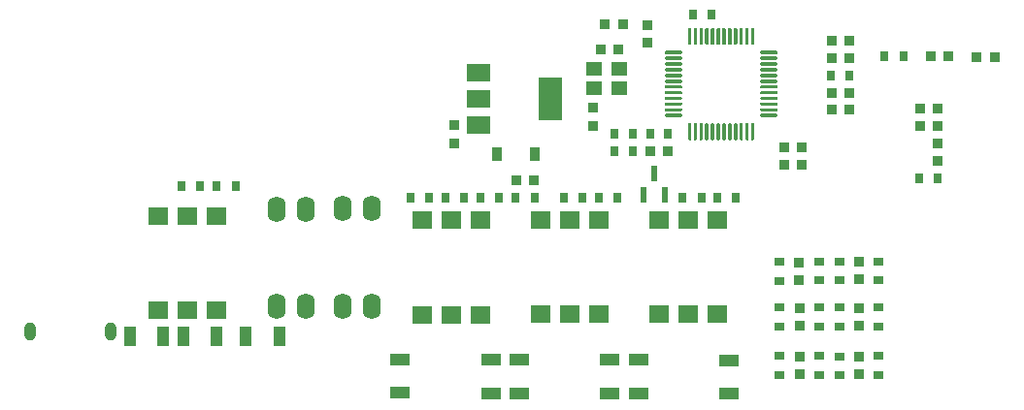
<source format=gbr>
%TF.GenerationSoftware,KiCad,Pcbnew,(5.1.10)-1*%
%TF.CreationDate,2021-11-29T17:35:51+04:00*%
%TF.ProjectId,Coffe_Machine_Gogokhia_Edition_SIMPLE,436f6666-655f-44d6-9163-68696e655f47,rev?*%
%TF.SameCoordinates,Original*%
%TF.FileFunction,Paste,Top*%
%TF.FilePolarity,Positive*%
%FSLAX46Y46*%
G04 Gerber Fmt 4.6, Leading zero omitted, Abs format (unit mm)*
G04 Created by KiCad (PCBNEW (5.1.10)-1) date 2021-11-29 17:35:51*
%MOMM*%
%LPD*%
G01*
G04 APERTURE LIST*
%ADD10R,1.125000X1.750000*%
%ADD11R,1.400000X1.200000*%
%ADD12R,0.950000X0.800000*%
%ADD13R,0.950000X0.900000*%
%ADD14O,1.000000X1.600000*%
%ADD15R,1.780000X1.520000*%
%ADD16R,0.800000X0.950000*%
%ADD17R,0.875000X0.950000*%
%ADD18R,0.600000X1.475000*%
%ADD19R,0.900000X1.200000*%
%ADD20R,0.900000X0.950000*%
%ADD21R,0.800000X0.900000*%
%ADD22R,1.750000X1.125000*%
%ADD23R,2.000000X1.500000*%
%ADD24R,2.000000X3.800000*%
%ADD25O,1.600000X2.250000*%
G04 APERTURE END LIST*
D10*
%TO.C,R1*%
X121046780Y-98917760D03*
X123971780Y-98917760D03*
%TD*%
D11*
%TO.C,Y1*%
X153627000Y-77278600D03*
X151427000Y-77278600D03*
X151427000Y-75578600D03*
X153627000Y-75578600D03*
%TD*%
%TO.C,U9*%
G36*
G01*
X159634600Y-73398500D02*
X159634600Y-72073500D01*
G75*
G02*
X159709600Y-71998500I75000J0D01*
G01*
X159859600Y-71998500D01*
G75*
G02*
X159934600Y-72073500I0J-75000D01*
G01*
X159934600Y-73398500D01*
G75*
G02*
X159859600Y-73473500I-75000J0D01*
G01*
X159709600Y-73473500D01*
G75*
G02*
X159634600Y-73398500I0J75000D01*
G01*
G37*
G36*
G01*
X160134600Y-73398500D02*
X160134600Y-72073500D01*
G75*
G02*
X160209600Y-71998500I75000J0D01*
G01*
X160359600Y-71998500D01*
G75*
G02*
X160434600Y-72073500I0J-75000D01*
G01*
X160434600Y-73398500D01*
G75*
G02*
X160359600Y-73473500I-75000J0D01*
G01*
X160209600Y-73473500D01*
G75*
G02*
X160134600Y-73398500I0J75000D01*
G01*
G37*
G36*
G01*
X160634600Y-73398500D02*
X160634600Y-72073500D01*
G75*
G02*
X160709600Y-71998500I75000J0D01*
G01*
X160859600Y-71998500D01*
G75*
G02*
X160934600Y-72073500I0J-75000D01*
G01*
X160934600Y-73398500D01*
G75*
G02*
X160859600Y-73473500I-75000J0D01*
G01*
X160709600Y-73473500D01*
G75*
G02*
X160634600Y-73398500I0J75000D01*
G01*
G37*
G36*
G01*
X161134600Y-73398500D02*
X161134600Y-72073500D01*
G75*
G02*
X161209600Y-71998500I75000J0D01*
G01*
X161359600Y-71998500D01*
G75*
G02*
X161434600Y-72073500I0J-75000D01*
G01*
X161434600Y-73398500D01*
G75*
G02*
X161359600Y-73473500I-75000J0D01*
G01*
X161209600Y-73473500D01*
G75*
G02*
X161134600Y-73398500I0J75000D01*
G01*
G37*
G36*
G01*
X161634600Y-73398500D02*
X161634600Y-72073500D01*
G75*
G02*
X161709600Y-71998500I75000J0D01*
G01*
X161859600Y-71998500D01*
G75*
G02*
X161934600Y-72073500I0J-75000D01*
G01*
X161934600Y-73398500D01*
G75*
G02*
X161859600Y-73473500I-75000J0D01*
G01*
X161709600Y-73473500D01*
G75*
G02*
X161634600Y-73398500I0J75000D01*
G01*
G37*
G36*
G01*
X162134600Y-73398500D02*
X162134600Y-72073500D01*
G75*
G02*
X162209600Y-71998500I75000J0D01*
G01*
X162359600Y-71998500D01*
G75*
G02*
X162434600Y-72073500I0J-75000D01*
G01*
X162434600Y-73398500D01*
G75*
G02*
X162359600Y-73473500I-75000J0D01*
G01*
X162209600Y-73473500D01*
G75*
G02*
X162134600Y-73398500I0J75000D01*
G01*
G37*
G36*
G01*
X162634600Y-73398500D02*
X162634600Y-72073500D01*
G75*
G02*
X162709600Y-71998500I75000J0D01*
G01*
X162859600Y-71998500D01*
G75*
G02*
X162934600Y-72073500I0J-75000D01*
G01*
X162934600Y-73398500D01*
G75*
G02*
X162859600Y-73473500I-75000J0D01*
G01*
X162709600Y-73473500D01*
G75*
G02*
X162634600Y-73398500I0J75000D01*
G01*
G37*
G36*
G01*
X163134600Y-73398500D02*
X163134600Y-72073500D01*
G75*
G02*
X163209600Y-71998500I75000J0D01*
G01*
X163359600Y-71998500D01*
G75*
G02*
X163434600Y-72073500I0J-75000D01*
G01*
X163434600Y-73398500D01*
G75*
G02*
X163359600Y-73473500I-75000J0D01*
G01*
X163209600Y-73473500D01*
G75*
G02*
X163134600Y-73398500I0J75000D01*
G01*
G37*
G36*
G01*
X163634600Y-73398500D02*
X163634600Y-72073500D01*
G75*
G02*
X163709600Y-71998500I75000J0D01*
G01*
X163859600Y-71998500D01*
G75*
G02*
X163934600Y-72073500I0J-75000D01*
G01*
X163934600Y-73398500D01*
G75*
G02*
X163859600Y-73473500I-75000J0D01*
G01*
X163709600Y-73473500D01*
G75*
G02*
X163634600Y-73398500I0J75000D01*
G01*
G37*
G36*
G01*
X164134600Y-73398500D02*
X164134600Y-72073500D01*
G75*
G02*
X164209600Y-71998500I75000J0D01*
G01*
X164359600Y-71998500D01*
G75*
G02*
X164434600Y-72073500I0J-75000D01*
G01*
X164434600Y-73398500D01*
G75*
G02*
X164359600Y-73473500I-75000J0D01*
G01*
X164209600Y-73473500D01*
G75*
G02*
X164134600Y-73398500I0J75000D01*
G01*
G37*
G36*
G01*
X164634600Y-73398500D02*
X164634600Y-72073500D01*
G75*
G02*
X164709600Y-71998500I75000J0D01*
G01*
X164859600Y-71998500D01*
G75*
G02*
X164934600Y-72073500I0J-75000D01*
G01*
X164934600Y-73398500D01*
G75*
G02*
X164859600Y-73473500I-75000J0D01*
G01*
X164709600Y-73473500D01*
G75*
G02*
X164634600Y-73398500I0J75000D01*
G01*
G37*
G36*
G01*
X165134600Y-73398500D02*
X165134600Y-72073500D01*
G75*
G02*
X165209600Y-71998500I75000J0D01*
G01*
X165359600Y-71998500D01*
G75*
G02*
X165434600Y-72073500I0J-75000D01*
G01*
X165434600Y-73398500D01*
G75*
G02*
X165359600Y-73473500I-75000J0D01*
G01*
X165209600Y-73473500D01*
G75*
G02*
X165134600Y-73398500I0J75000D01*
G01*
G37*
G36*
G01*
X165959600Y-74223500D02*
X165959600Y-74073500D01*
G75*
G02*
X166034600Y-73998500I75000J0D01*
G01*
X167359600Y-73998500D01*
G75*
G02*
X167434600Y-74073500I0J-75000D01*
G01*
X167434600Y-74223500D01*
G75*
G02*
X167359600Y-74298500I-75000J0D01*
G01*
X166034600Y-74298500D01*
G75*
G02*
X165959600Y-74223500I0J75000D01*
G01*
G37*
G36*
G01*
X165959600Y-74723500D02*
X165959600Y-74573500D01*
G75*
G02*
X166034600Y-74498500I75000J0D01*
G01*
X167359600Y-74498500D01*
G75*
G02*
X167434600Y-74573500I0J-75000D01*
G01*
X167434600Y-74723500D01*
G75*
G02*
X167359600Y-74798500I-75000J0D01*
G01*
X166034600Y-74798500D01*
G75*
G02*
X165959600Y-74723500I0J75000D01*
G01*
G37*
G36*
G01*
X165959600Y-75223500D02*
X165959600Y-75073500D01*
G75*
G02*
X166034600Y-74998500I75000J0D01*
G01*
X167359600Y-74998500D01*
G75*
G02*
X167434600Y-75073500I0J-75000D01*
G01*
X167434600Y-75223500D01*
G75*
G02*
X167359600Y-75298500I-75000J0D01*
G01*
X166034600Y-75298500D01*
G75*
G02*
X165959600Y-75223500I0J75000D01*
G01*
G37*
G36*
G01*
X165959600Y-75723500D02*
X165959600Y-75573500D01*
G75*
G02*
X166034600Y-75498500I75000J0D01*
G01*
X167359600Y-75498500D01*
G75*
G02*
X167434600Y-75573500I0J-75000D01*
G01*
X167434600Y-75723500D01*
G75*
G02*
X167359600Y-75798500I-75000J0D01*
G01*
X166034600Y-75798500D01*
G75*
G02*
X165959600Y-75723500I0J75000D01*
G01*
G37*
G36*
G01*
X165959600Y-76223500D02*
X165959600Y-76073500D01*
G75*
G02*
X166034600Y-75998500I75000J0D01*
G01*
X167359600Y-75998500D01*
G75*
G02*
X167434600Y-76073500I0J-75000D01*
G01*
X167434600Y-76223500D01*
G75*
G02*
X167359600Y-76298500I-75000J0D01*
G01*
X166034600Y-76298500D01*
G75*
G02*
X165959600Y-76223500I0J75000D01*
G01*
G37*
G36*
G01*
X165959600Y-76723500D02*
X165959600Y-76573500D01*
G75*
G02*
X166034600Y-76498500I75000J0D01*
G01*
X167359600Y-76498500D01*
G75*
G02*
X167434600Y-76573500I0J-75000D01*
G01*
X167434600Y-76723500D01*
G75*
G02*
X167359600Y-76798500I-75000J0D01*
G01*
X166034600Y-76798500D01*
G75*
G02*
X165959600Y-76723500I0J75000D01*
G01*
G37*
G36*
G01*
X165959600Y-77223500D02*
X165959600Y-77073500D01*
G75*
G02*
X166034600Y-76998500I75000J0D01*
G01*
X167359600Y-76998500D01*
G75*
G02*
X167434600Y-77073500I0J-75000D01*
G01*
X167434600Y-77223500D01*
G75*
G02*
X167359600Y-77298500I-75000J0D01*
G01*
X166034600Y-77298500D01*
G75*
G02*
X165959600Y-77223500I0J75000D01*
G01*
G37*
G36*
G01*
X165959600Y-77723500D02*
X165959600Y-77573500D01*
G75*
G02*
X166034600Y-77498500I75000J0D01*
G01*
X167359600Y-77498500D01*
G75*
G02*
X167434600Y-77573500I0J-75000D01*
G01*
X167434600Y-77723500D01*
G75*
G02*
X167359600Y-77798500I-75000J0D01*
G01*
X166034600Y-77798500D01*
G75*
G02*
X165959600Y-77723500I0J75000D01*
G01*
G37*
G36*
G01*
X165959600Y-78223500D02*
X165959600Y-78073500D01*
G75*
G02*
X166034600Y-77998500I75000J0D01*
G01*
X167359600Y-77998500D01*
G75*
G02*
X167434600Y-78073500I0J-75000D01*
G01*
X167434600Y-78223500D01*
G75*
G02*
X167359600Y-78298500I-75000J0D01*
G01*
X166034600Y-78298500D01*
G75*
G02*
X165959600Y-78223500I0J75000D01*
G01*
G37*
G36*
G01*
X165959600Y-78723500D02*
X165959600Y-78573500D01*
G75*
G02*
X166034600Y-78498500I75000J0D01*
G01*
X167359600Y-78498500D01*
G75*
G02*
X167434600Y-78573500I0J-75000D01*
G01*
X167434600Y-78723500D01*
G75*
G02*
X167359600Y-78798500I-75000J0D01*
G01*
X166034600Y-78798500D01*
G75*
G02*
X165959600Y-78723500I0J75000D01*
G01*
G37*
G36*
G01*
X165959600Y-79223500D02*
X165959600Y-79073500D01*
G75*
G02*
X166034600Y-78998500I75000J0D01*
G01*
X167359600Y-78998500D01*
G75*
G02*
X167434600Y-79073500I0J-75000D01*
G01*
X167434600Y-79223500D01*
G75*
G02*
X167359600Y-79298500I-75000J0D01*
G01*
X166034600Y-79298500D01*
G75*
G02*
X165959600Y-79223500I0J75000D01*
G01*
G37*
G36*
G01*
X165959600Y-79723500D02*
X165959600Y-79573500D01*
G75*
G02*
X166034600Y-79498500I75000J0D01*
G01*
X167359600Y-79498500D01*
G75*
G02*
X167434600Y-79573500I0J-75000D01*
G01*
X167434600Y-79723500D01*
G75*
G02*
X167359600Y-79798500I-75000J0D01*
G01*
X166034600Y-79798500D01*
G75*
G02*
X165959600Y-79723500I0J75000D01*
G01*
G37*
G36*
G01*
X165134600Y-81723500D02*
X165134600Y-80398500D01*
G75*
G02*
X165209600Y-80323500I75000J0D01*
G01*
X165359600Y-80323500D01*
G75*
G02*
X165434600Y-80398500I0J-75000D01*
G01*
X165434600Y-81723500D01*
G75*
G02*
X165359600Y-81798500I-75000J0D01*
G01*
X165209600Y-81798500D01*
G75*
G02*
X165134600Y-81723500I0J75000D01*
G01*
G37*
G36*
G01*
X164634600Y-81723500D02*
X164634600Y-80398500D01*
G75*
G02*
X164709600Y-80323500I75000J0D01*
G01*
X164859600Y-80323500D01*
G75*
G02*
X164934600Y-80398500I0J-75000D01*
G01*
X164934600Y-81723500D01*
G75*
G02*
X164859600Y-81798500I-75000J0D01*
G01*
X164709600Y-81798500D01*
G75*
G02*
X164634600Y-81723500I0J75000D01*
G01*
G37*
G36*
G01*
X164134600Y-81723500D02*
X164134600Y-80398500D01*
G75*
G02*
X164209600Y-80323500I75000J0D01*
G01*
X164359600Y-80323500D01*
G75*
G02*
X164434600Y-80398500I0J-75000D01*
G01*
X164434600Y-81723500D01*
G75*
G02*
X164359600Y-81798500I-75000J0D01*
G01*
X164209600Y-81798500D01*
G75*
G02*
X164134600Y-81723500I0J75000D01*
G01*
G37*
G36*
G01*
X163634600Y-81723500D02*
X163634600Y-80398500D01*
G75*
G02*
X163709600Y-80323500I75000J0D01*
G01*
X163859600Y-80323500D01*
G75*
G02*
X163934600Y-80398500I0J-75000D01*
G01*
X163934600Y-81723500D01*
G75*
G02*
X163859600Y-81798500I-75000J0D01*
G01*
X163709600Y-81798500D01*
G75*
G02*
X163634600Y-81723500I0J75000D01*
G01*
G37*
G36*
G01*
X163134600Y-81723500D02*
X163134600Y-80398500D01*
G75*
G02*
X163209600Y-80323500I75000J0D01*
G01*
X163359600Y-80323500D01*
G75*
G02*
X163434600Y-80398500I0J-75000D01*
G01*
X163434600Y-81723500D01*
G75*
G02*
X163359600Y-81798500I-75000J0D01*
G01*
X163209600Y-81798500D01*
G75*
G02*
X163134600Y-81723500I0J75000D01*
G01*
G37*
G36*
G01*
X162634600Y-81723500D02*
X162634600Y-80398500D01*
G75*
G02*
X162709600Y-80323500I75000J0D01*
G01*
X162859600Y-80323500D01*
G75*
G02*
X162934600Y-80398500I0J-75000D01*
G01*
X162934600Y-81723500D01*
G75*
G02*
X162859600Y-81798500I-75000J0D01*
G01*
X162709600Y-81798500D01*
G75*
G02*
X162634600Y-81723500I0J75000D01*
G01*
G37*
G36*
G01*
X162134600Y-81723500D02*
X162134600Y-80398500D01*
G75*
G02*
X162209600Y-80323500I75000J0D01*
G01*
X162359600Y-80323500D01*
G75*
G02*
X162434600Y-80398500I0J-75000D01*
G01*
X162434600Y-81723500D01*
G75*
G02*
X162359600Y-81798500I-75000J0D01*
G01*
X162209600Y-81798500D01*
G75*
G02*
X162134600Y-81723500I0J75000D01*
G01*
G37*
G36*
G01*
X161634600Y-81723500D02*
X161634600Y-80398500D01*
G75*
G02*
X161709600Y-80323500I75000J0D01*
G01*
X161859600Y-80323500D01*
G75*
G02*
X161934600Y-80398500I0J-75000D01*
G01*
X161934600Y-81723500D01*
G75*
G02*
X161859600Y-81798500I-75000J0D01*
G01*
X161709600Y-81798500D01*
G75*
G02*
X161634600Y-81723500I0J75000D01*
G01*
G37*
G36*
G01*
X161134600Y-81723500D02*
X161134600Y-80398500D01*
G75*
G02*
X161209600Y-80323500I75000J0D01*
G01*
X161359600Y-80323500D01*
G75*
G02*
X161434600Y-80398500I0J-75000D01*
G01*
X161434600Y-81723500D01*
G75*
G02*
X161359600Y-81798500I-75000J0D01*
G01*
X161209600Y-81798500D01*
G75*
G02*
X161134600Y-81723500I0J75000D01*
G01*
G37*
G36*
G01*
X160634600Y-81723500D02*
X160634600Y-80398500D01*
G75*
G02*
X160709600Y-80323500I75000J0D01*
G01*
X160859600Y-80323500D01*
G75*
G02*
X160934600Y-80398500I0J-75000D01*
G01*
X160934600Y-81723500D01*
G75*
G02*
X160859600Y-81798500I-75000J0D01*
G01*
X160709600Y-81798500D01*
G75*
G02*
X160634600Y-81723500I0J75000D01*
G01*
G37*
G36*
G01*
X160134600Y-81723500D02*
X160134600Y-80398500D01*
G75*
G02*
X160209600Y-80323500I75000J0D01*
G01*
X160359600Y-80323500D01*
G75*
G02*
X160434600Y-80398500I0J-75000D01*
G01*
X160434600Y-81723500D01*
G75*
G02*
X160359600Y-81798500I-75000J0D01*
G01*
X160209600Y-81798500D01*
G75*
G02*
X160134600Y-81723500I0J75000D01*
G01*
G37*
G36*
G01*
X159634600Y-81723500D02*
X159634600Y-80398500D01*
G75*
G02*
X159709600Y-80323500I75000J0D01*
G01*
X159859600Y-80323500D01*
G75*
G02*
X159934600Y-80398500I0J-75000D01*
G01*
X159934600Y-81723500D01*
G75*
G02*
X159859600Y-81798500I-75000J0D01*
G01*
X159709600Y-81798500D01*
G75*
G02*
X159634600Y-81723500I0J75000D01*
G01*
G37*
G36*
G01*
X157634600Y-79723500D02*
X157634600Y-79573500D01*
G75*
G02*
X157709600Y-79498500I75000J0D01*
G01*
X159034600Y-79498500D01*
G75*
G02*
X159109600Y-79573500I0J-75000D01*
G01*
X159109600Y-79723500D01*
G75*
G02*
X159034600Y-79798500I-75000J0D01*
G01*
X157709600Y-79798500D01*
G75*
G02*
X157634600Y-79723500I0J75000D01*
G01*
G37*
G36*
G01*
X157634600Y-79223500D02*
X157634600Y-79073500D01*
G75*
G02*
X157709600Y-78998500I75000J0D01*
G01*
X159034600Y-78998500D01*
G75*
G02*
X159109600Y-79073500I0J-75000D01*
G01*
X159109600Y-79223500D01*
G75*
G02*
X159034600Y-79298500I-75000J0D01*
G01*
X157709600Y-79298500D01*
G75*
G02*
X157634600Y-79223500I0J75000D01*
G01*
G37*
G36*
G01*
X157634600Y-78723500D02*
X157634600Y-78573500D01*
G75*
G02*
X157709600Y-78498500I75000J0D01*
G01*
X159034600Y-78498500D01*
G75*
G02*
X159109600Y-78573500I0J-75000D01*
G01*
X159109600Y-78723500D01*
G75*
G02*
X159034600Y-78798500I-75000J0D01*
G01*
X157709600Y-78798500D01*
G75*
G02*
X157634600Y-78723500I0J75000D01*
G01*
G37*
G36*
G01*
X157634600Y-78223500D02*
X157634600Y-78073500D01*
G75*
G02*
X157709600Y-77998500I75000J0D01*
G01*
X159034600Y-77998500D01*
G75*
G02*
X159109600Y-78073500I0J-75000D01*
G01*
X159109600Y-78223500D01*
G75*
G02*
X159034600Y-78298500I-75000J0D01*
G01*
X157709600Y-78298500D01*
G75*
G02*
X157634600Y-78223500I0J75000D01*
G01*
G37*
G36*
G01*
X157634600Y-77723500D02*
X157634600Y-77573500D01*
G75*
G02*
X157709600Y-77498500I75000J0D01*
G01*
X159034600Y-77498500D01*
G75*
G02*
X159109600Y-77573500I0J-75000D01*
G01*
X159109600Y-77723500D01*
G75*
G02*
X159034600Y-77798500I-75000J0D01*
G01*
X157709600Y-77798500D01*
G75*
G02*
X157634600Y-77723500I0J75000D01*
G01*
G37*
G36*
G01*
X157634600Y-77223500D02*
X157634600Y-77073500D01*
G75*
G02*
X157709600Y-76998500I75000J0D01*
G01*
X159034600Y-76998500D01*
G75*
G02*
X159109600Y-77073500I0J-75000D01*
G01*
X159109600Y-77223500D01*
G75*
G02*
X159034600Y-77298500I-75000J0D01*
G01*
X157709600Y-77298500D01*
G75*
G02*
X157634600Y-77223500I0J75000D01*
G01*
G37*
G36*
G01*
X157634600Y-76723500D02*
X157634600Y-76573500D01*
G75*
G02*
X157709600Y-76498500I75000J0D01*
G01*
X159034600Y-76498500D01*
G75*
G02*
X159109600Y-76573500I0J-75000D01*
G01*
X159109600Y-76723500D01*
G75*
G02*
X159034600Y-76798500I-75000J0D01*
G01*
X157709600Y-76798500D01*
G75*
G02*
X157634600Y-76723500I0J75000D01*
G01*
G37*
G36*
G01*
X157634600Y-76223500D02*
X157634600Y-76073500D01*
G75*
G02*
X157709600Y-75998500I75000J0D01*
G01*
X159034600Y-75998500D01*
G75*
G02*
X159109600Y-76073500I0J-75000D01*
G01*
X159109600Y-76223500D01*
G75*
G02*
X159034600Y-76298500I-75000J0D01*
G01*
X157709600Y-76298500D01*
G75*
G02*
X157634600Y-76223500I0J75000D01*
G01*
G37*
G36*
G01*
X157634600Y-75723500D02*
X157634600Y-75573500D01*
G75*
G02*
X157709600Y-75498500I75000J0D01*
G01*
X159034600Y-75498500D01*
G75*
G02*
X159109600Y-75573500I0J-75000D01*
G01*
X159109600Y-75723500D01*
G75*
G02*
X159034600Y-75798500I-75000J0D01*
G01*
X157709600Y-75798500D01*
G75*
G02*
X157634600Y-75723500I0J75000D01*
G01*
G37*
G36*
G01*
X157634600Y-75223500D02*
X157634600Y-75073500D01*
G75*
G02*
X157709600Y-74998500I75000J0D01*
G01*
X159034600Y-74998500D01*
G75*
G02*
X159109600Y-75073500I0J-75000D01*
G01*
X159109600Y-75223500D01*
G75*
G02*
X159034600Y-75298500I-75000J0D01*
G01*
X157709600Y-75298500D01*
G75*
G02*
X157634600Y-75223500I0J75000D01*
G01*
G37*
G36*
G01*
X157634600Y-74723500D02*
X157634600Y-74573500D01*
G75*
G02*
X157709600Y-74498500I75000J0D01*
G01*
X159034600Y-74498500D01*
G75*
G02*
X159109600Y-74573500I0J-75000D01*
G01*
X159109600Y-74723500D01*
G75*
G02*
X159034600Y-74798500I-75000J0D01*
G01*
X157709600Y-74798500D01*
G75*
G02*
X157634600Y-74723500I0J75000D01*
G01*
G37*
G36*
G01*
X157634600Y-74223500D02*
X157634600Y-74073500D01*
G75*
G02*
X157709600Y-73998500I75000J0D01*
G01*
X159034600Y-73998500D01*
G75*
G02*
X159109600Y-74073500I0J-75000D01*
G01*
X159109600Y-74223500D01*
G75*
G02*
X159034600Y-74298500I-75000J0D01*
G01*
X157709600Y-74298500D01*
G75*
G02*
X157634600Y-74223500I0J75000D01*
G01*
G37*
%TD*%
D12*
%TO.C,R41*%
X172834300Y-102323400D03*
X172834300Y-100673400D03*
%TD*%
%TO.C,R40*%
X176263300Y-100648000D03*
X176263300Y-102298000D03*
%TD*%
%TO.C,R39*%
X167614600Y-102298000D03*
X167614600Y-100648000D03*
%TD*%
%TO.C,R38*%
X171078240Y-100648000D03*
X171078240Y-102298000D03*
%TD*%
%TO.C,R37*%
X172825060Y-98068900D03*
X172825060Y-96418900D03*
%TD*%
%TO.C,R36*%
X176288700Y-96418900D03*
X176288700Y-98068900D03*
%TD*%
%TO.C,R35*%
X167614600Y-98068900D03*
X167614600Y-96418900D03*
%TD*%
%TO.C,R34*%
X171078240Y-96418900D03*
X171078240Y-98068900D03*
%TD*%
%TO.C,R33*%
X172825060Y-94025100D03*
X172825060Y-92375100D03*
%TD*%
%TO.C,R30*%
X176288700Y-92375100D03*
X176288700Y-94025100D03*
%TD*%
%TO.C,R27*%
X171069000Y-94030300D03*
X171069000Y-92380300D03*
%TD*%
%TO.C,R23*%
X167601900Y-92431100D03*
X167601900Y-94081100D03*
%TD*%
D13*
%TO.C,C31*%
X174571880Y-100698000D03*
X174571880Y-102248000D03*
%TD*%
%TO.C,C30*%
X169361420Y-100698000D03*
X169361420Y-102248000D03*
%TD*%
%TO.C,C29*%
X174571880Y-96468900D03*
X174571880Y-98018900D03*
%TD*%
%TO.C,C28*%
X169361420Y-96468900D03*
X169361420Y-98018900D03*
%TD*%
%TO.C,C27*%
X174571880Y-92425100D03*
X174571880Y-93975100D03*
%TD*%
%TO.C,C24*%
X169303700Y-92481100D03*
X169303700Y-94031100D03*
%TD*%
D14*
%TO.C,C1*%
X102254800Y-98539300D03*
X109254800Y-98539300D03*
%TD*%
D15*
%TO.C,U3*%
X115989100Y-96657200D03*
X118529100Y-96657200D03*
X113449100Y-96657200D03*
X115989100Y-88407200D03*
X118529100Y-88407200D03*
X113449100Y-88407200D03*
%TD*%
%TO.C,U6*%
X159651400Y-97025500D03*
X162191400Y-97025500D03*
X157111400Y-97025500D03*
X159651400Y-88775500D03*
X162191400Y-88775500D03*
X157111400Y-88775500D03*
%TD*%
%TO.C,U5*%
X149317800Y-97025500D03*
X151857800Y-97025500D03*
X146777800Y-97025500D03*
X149317800Y-88775500D03*
X151857800Y-88775500D03*
X146777800Y-88775500D03*
%TD*%
%TO.C,U4*%
X138988800Y-97039500D03*
X141528800Y-97039500D03*
X136448800Y-97039500D03*
X138988800Y-88789500D03*
X141528800Y-88789500D03*
X136448800Y-88789500D03*
%TD*%
D16*
%TO.C,R32*%
X146245080Y-86837520D03*
X144595080Y-86837520D03*
%TD*%
D17*
%TO.C,D6*%
X146202500Y-85267800D03*
X144627500Y-85267800D03*
%TD*%
D18*
%TO.C,U8*%
X156679900Y-84673200D03*
X157629900Y-86548200D03*
X155729900Y-86548200D03*
%TD*%
D19*
%TO.C,D1*%
X146290300Y-82994500D03*
X142990300Y-82994500D03*
%TD*%
D20*
%TO.C,C23*%
X181407100Y-80594200D03*
X179857100Y-80594200D03*
%TD*%
%TO.C,C22*%
X157886700Y-82765900D03*
X156336700Y-82765900D03*
%TD*%
%TO.C,C21*%
X181407100Y-79070200D03*
X179857100Y-79070200D03*
%TD*%
%TO.C,C19*%
X169570700Y-83985100D03*
X168020700Y-83985100D03*
%TD*%
D21*
%TO.C,C18*%
X156324000Y-81216500D03*
X157874000Y-81216500D03*
%TD*%
D13*
%TO.C,C17*%
X156083000Y-73304700D03*
X156083000Y-71754700D03*
%TD*%
%TO.C,C16*%
X151358600Y-78981000D03*
X151358600Y-80531000D03*
%TD*%
D20*
%TO.C,C15*%
X153594100Y-73888600D03*
X152044100Y-73888600D03*
%TD*%
%TO.C,C14*%
X173708360Y-73101200D03*
X172158360Y-73101200D03*
%TD*%
%TO.C,C13*%
X173695660Y-74625200D03*
X172145660Y-74625200D03*
%TD*%
%TO.C,C12*%
X169558000Y-82448400D03*
X168008000Y-82448400D03*
%TD*%
%TO.C,C11*%
X152412400Y-71704200D03*
X153962400Y-71704200D03*
%TD*%
%TO.C,C10*%
X186385500Y-74523600D03*
X184835500Y-74523600D03*
%TD*%
%TO.C,C9*%
X172145660Y-77647800D03*
X173695660Y-77647800D03*
%TD*%
%TO.C,C8*%
X180822300Y-74472800D03*
X182372300Y-74472800D03*
%TD*%
%TO.C,C7*%
X172145660Y-79159100D03*
X173695660Y-79159100D03*
%TD*%
D13*
%TO.C,C6*%
X139217400Y-82042300D03*
X139217400Y-80492300D03*
%TD*%
%TO.C,C5*%
X181419500Y-82092500D03*
X181419500Y-83642500D03*
%TD*%
D22*
%TO.C,R19*%
X155321000Y-103913400D03*
X155321000Y-100988400D03*
%TD*%
%TO.C,R18*%
X144932400Y-103900700D03*
X144932400Y-100975700D03*
%TD*%
%TO.C,R17*%
X134543800Y-103875300D03*
X134543800Y-100950300D03*
%TD*%
D10*
%TO.C,R16*%
X113857500Y-98907600D03*
X110932500Y-98907600D03*
%TD*%
D22*
%TO.C,R14*%
X163220400Y-101026500D03*
X163220400Y-103951500D03*
%TD*%
%TO.C,R13*%
X152819100Y-100988400D03*
X152819100Y-103913400D03*
%TD*%
%TO.C,R12*%
X142430500Y-100975700D03*
X142430500Y-103900700D03*
%TD*%
D10*
%TO.C,R11*%
X118531100Y-98907600D03*
X115606100Y-98907600D03*
%TD*%
D16*
%TO.C,R26*%
X161688280Y-70866000D03*
X160038280Y-70866000D03*
%TD*%
%TO.C,R24*%
X154863300Y-81216500D03*
X153213300Y-81216500D03*
%TD*%
%TO.C,R22*%
X172095660Y-76136500D03*
X173745660Y-76136500D03*
%TD*%
%TO.C,R21*%
X178421800Y-74485500D03*
X176771800Y-74485500D03*
%TD*%
%TO.C,R20*%
X153213300Y-82753200D03*
X154863300Y-82753200D03*
%TD*%
%TO.C,R15*%
X181431700Y-85166200D03*
X179781700Y-85166200D03*
%TD*%
%TO.C,R10*%
X137055360Y-86832440D03*
X135405360Y-86832440D03*
%TD*%
%TO.C,R9*%
X160806900Y-86791800D03*
X159156900Y-86791800D03*
%TD*%
%TO.C,R8*%
X150443700Y-86791800D03*
X148793700Y-86791800D03*
%TD*%
%TO.C,R7*%
X140131300Y-86829900D03*
X138481300Y-86829900D03*
%TD*%
%TO.C,R6*%
X117106200Y-85826600D03*
X115456200Y-85826600D03*
%TD*%
%TO.C,R5*%
X163841400Y-86791800D03*
X162191400Y-86791800D03*
%TD*%
%TO.C,R4*%
X153495100Y-86791800D03*
X151845100Y-86791800D03*
%TD*%
%TO.C,R3*%
X143179300Y-86829900D03*
X141529300Y-86829900D03*
%TD*%
%TO.C,R2*%
X120166900Y-85826600D03*
X118516900Y-85826600D03*
%TD*%
D23*
%TO.C,U7*%
X141350600Y-75868500D03*
X141350600Y-80468500D03*
X141350600Y-78168500D03*
D24*
X147650600Y-78168500D03*
%TD*%
D25*
%TO.C,U2*%
X129481580Y-96291980D03*
X132021580Y-96291980D03*
X132021580Y-87791980D03*
X129481580Y-87791980D03*
%TD*%
%TO.C,U1*%
X123753880Y-96300180D03*
X126293880Y-96300180D03*
X126293880Y-87800180D03*
X123753880Y-87800180D03*
%TD*%
M02*

</source>
